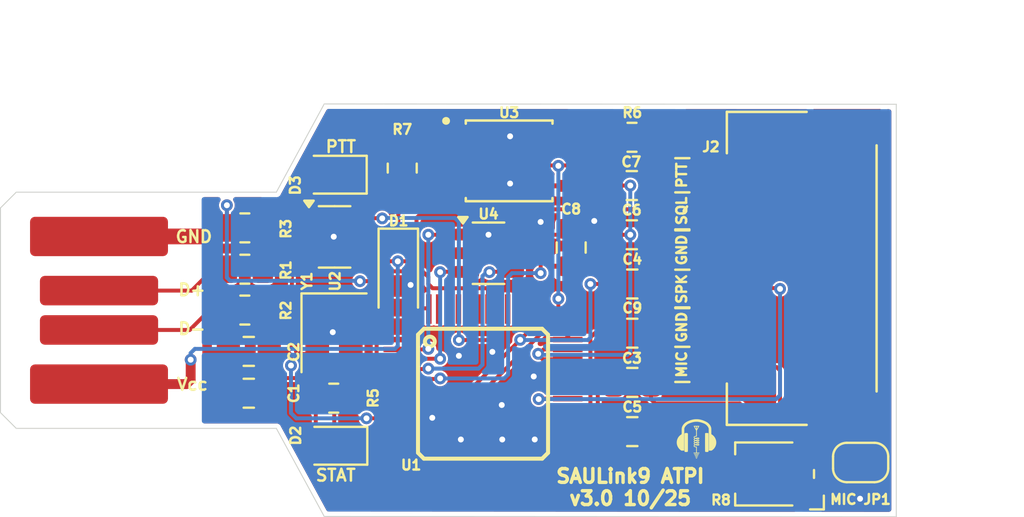
<source format=kicad_pcb>
(kicad_pcb (version 20241229) (generator "pcbnew") (generator_version "9.0")
  (layers (0 "F.Cu" signal) (2 "B.Cu" signal) (13 "F.Paste" user) (15 "B.Paste" user) (5 "F.SilkS" user "F.Silkscreen") (7 "B.SilkS" user "B.Silkscreen") (1 "F.Mask" user) (3 "B.Mask" user) (25 "Edge.Cuts" user))
  (net 0 "")
  (net 1 "Net-(C1-Pad2)")
  (net 2 "Net-(C2-Pad1)")
  (net 3 "Net-(C3-Pad1)")
  (net 4 "Net-(J2-Pad3)")
  (net 5 "Net-(C5-Pad1)")
  (net 6 "+5V")
  (net 7 "Net-(C9-Pad1)")
  (net 8 "Net-(D1-K)")
  (net 9 "Net-(D1-A)")
  (net 10 "Net-(D2-A)")
  (net 11 "Net-(J1-D-)")
  (net 12 "GND")
  (net 13 "Net-(R1-Pad1)")
  (net 14 "Net-(R2-Pad2)")
  (net 15 "Net-(J1-D+)")
  (net 18 "Net-(JP1-A)")
  (net 24 "Net-(R5-Pad2)")
  (net 25 "Net-(R3-Pad2)")
  (net 27 "Net-(U1-Pad42)")
  (net 32 "DR")
  (net 37 "Net-(U4-CLK)")
  (net 41 "Net-(U4-CS)")
  (net 43 "DW")
  (net 44 "Net-(J2-Pad6)")
  (net 45 "Net-(R6-Pad1)")
  (net 46 "Net-(R6-Pad2)")
  (net 47 "Net-(JP1-B)")
  (net 48 "Net-(C4-Pad1)")
  (net 49 "Net-(D3-A)")
  (footprint "LOGO" (layer "F.Cu") (at 142.31 95.17)
    (property "Reference" "G10" (hide yes))
    (property "Value" "LOGO" (hide yes))
  )
  (footprint "Capacitor_SMD:C_0805_2012Metric" (layer "F.Cu") (at 139.051252 94.801748)
    (property "Reference" "C5" (at 0 -1.25 0) (layer "F.SilkS") (effects (font (size 0.5 0.5) (thickness 0.125))))
    (property "Value" "4.7uF")
    (pad "1" smd roundrect (at -0.95 0) (size 1 1.45) (layers "F.Cu" "F.Mask" "F.Paste") (net 5 "Net-(C5-Pad1)"))
    (pad "2" smd roundrect (at 0.95 0) (size 1 1.45) (layers "F.Cu" "F.Mask" "F.Paste") (net 12 "GND"))
  )
  (footprint "Resistor_SMD:R_0805_2012Metric" (layer "F.Cu") (at 119.388752 84.451748)
    (property "Reference" "R3" (at 2.0875 0.05 90) (layer "F.SilkS") (effects (font (size 0.5 0.5) (thickness 0.125))))
    (property "Value" "1k5")
    (pad "1" smd roundrect (at -0.9125 0) (size 1.025 1.4) (layers "F.Cu" "F.Mask" "F.Paste") (roundrect_rratio 0.243902) (net 48 "Net-(C4-Pad1)"))
    (pad "2" smd roundrect (at 0.9125 0) (size 1.025 1.4) (layers "F.Cu" "F.Mask" "F.Paste") (roundrect_rratio 0.243902) (net 25 "Net-(R3-Pad2)"))
  )
  (footprint "Resistor_SMD:R_0805_2012Metric" (layer "F.Cu") (at 139.0375 79.85 180)
    (property "Reference" "R6" (at -0.0125 1.25 0) (layer "F.SilkS") (effects (font (size 0.5 0.5) (thickness 0.125))))
    (property "Value" "820")
    (pad "1" smd roundrect (at -0.9125 0 180) (size 1.025 1.4) (layers "F.Cu" "F.Mask" "F.Paste") (roundrect_rratio 0.243902) (net 45 "Net-(R6-Pad1)"))
    (pad "2" smd roundrect (at 0.9125 0 180) (size 1.025 1.4) (layers "F.Cu" "F.Mask" "F.Paste") (roundrect_rratio 0.243902) (net 46 "Net-(R6-Pad2)"))
  )
  (footprint "Resistor_SMD:R_0805_2012Metric" (layer "F.Cu") (at 119.388752 88.626748)
    (property "Reference" "R2" (at 2.0875 0.025 90) (layer "F.SilkS") (effects (font (size 0.5 0.5) (thickness 0.125))))
    (property "Value" "22")
    (pad "1" smd roundrect (at -0.9125 0) (size 1.025 1.4) (layers "F.Cu" "F.Mask" "F.Paste") (roundrect_rratio 0.243902) (net 11 "Net-(J1-D-)"))
    (pad "2" smd roundrect (at 0.9125 0) (size 1.025 1.4) (layers "F.Cu" "F.Mask" "F.Paste") (roundrect_rratio 0.243902) (net 14 "Net-(R2-Pad2)"))
  )
  (footprint "Package_TO_SOT_SMD:SOT-23-6" (layer "F.Cu") (at 131.7546 85.7398)
    (property "Reference" "U4" (at 0 -1.9898 0) (layer "F.SilkS") (effects (font (size 0.5 0.5) (thickness 0.125))))
    (property "Value" "93LC46BT-I_OT")
    (pad "1" smd roundrect (at -1.1375 -0.95) (size 1.325 0.6) (layers "F.Cu" "F.Mask" "F.Paste") (net 32 "DR"))
    (pad "2" smd roundrect (at -1.1375 0) (size 1.325 0.6) (layers "F.Cu" "F.Mask" "F.Paste") (net 12 "GND"))
    (pad "3" smd roundrect (at -1.1375 0.95) (size 1.325 0.6) (layers "F.Cu" "F.Mask" "F.Paste") (net 43 "DW"))
    (pad "4" smd roundrect (at 1.1375 0.95) (size 1.325 0.6) (layers "F.Cu" "F.Mask" "F.Paste") (net 37 "Net-(U4-CLK)"))
    (pad "5" smd roundrect (at 1.1375 0) (size 1.325 0.6) (layers "F.Cu" "F.Mask" "F.Paste") (net 41 "Net-(U4-CS)"))
    (pad "6" smd roundrect (at 1.1375 -0.95) (size 1.325 0.6) (layers "F.Cu" "F.Mask" "F.Paste") (net 6 "+5V"))
  )
  (footprint "Capacitor_SMD:C_0805_2012Metric" (layer "F.Cu") (at 135.95 85.45 -90)
    (property "Reference" "C8" (at -1.95 0 180) (layer "F.SilkS") (effects (font (size 0.5 0.5) (thickness 0.125))))
    (property "Value" "4.7uF")
    (pad "1" smd roundrect (at -0.95 0 270) (size 1 1.45) (layers "F.Cu" "F.Mask" "F.Paste") (net 6 "+5V"))
    (pad "2" smd roundrect (at 0.95 0 270) (size 1 1.45) (layers "F.Cu" "F.Mask" "F.Paste") (net 12 "GND"))
  )
  (footprint "Connector_USB_PCB_Edge:USB_A_PCB_Edge_receptacle" (layer "F.Cu") (at 111.987252 88.637748)
    (property "Reference" "J1" (hide yes))
    (property "Value" "USB_A_PCB_Edge_receptacle")
    (fp_line (start -5 -5.2) (end -5 5.2) (stroke (width 0.05)) (layer "Edge.Cuts"))
    (fp_line (start -5 -5.2) (end -4.2 -6) (stroke (width 0.05)) (layer "Edge.Cuts"))
    (fp_line (start -5 5.2) (end -4.2 6) (stroke (width 0.05)) (layer "Edge.Cuts"))
    (fp_line (start 9 -6) (end -4.2 -6) (stroke (width 0.05)) (layer "Edge.Cuts"))
    (fp_line (start 9 6) (end -4.2 6) (stroke (width 0.05)) (layer "Edge.Cuts"))
    (pad "1" smd roundrect (at 0 3.75) (size 7 2) (layers "F.Cu" "F.Mask") (roundrect_rratio 0.125) (net 6 "+5V"))
    (pad "2" smd roundrect (at 0 1) (size 6 1.5) (layers "F.Cu" "F.Mask") (roundrect_rratio 0.1666666667) (net 11 "Net-(J1-D-)"))
    (pad "3" smd roundrect (at 0 -1) (size 6 1.5) (layers "F.Cu" "F.Mask") (roundrect_rratio 0.1666666667) (net 15 "Net-(J1-D+)"))
    (pad "4" smd roundrect (at 0 -3.75) (size 7 2) (layers "F.Cu" "F.Mask") (roundrect_rratio 0.125) (net 12 "GND"))
  )
  (footprint "Jumper:SolderJumper-2_P1.3mm_Open_RoundedPad1.0x1.5mm" (layer "F.Cu") (at 150.64 96.37)
    (property "Reference" "JP1" (hide yes))
    (property "Value" "SolderJumper_2_Open")
    (pad "1" smd custom (at -0.65 0) (size 1 0.5) (layers "F.Cu" "F.Mask") (net 18 "Net-(JP1-A)") (options (clearance outline) (anchor rect)) (primitives (gr_circle (center 0 0.25) (end 0.5 0.25) (width 0) (fill yes)) (gr_circle (center 0 -0.25) (end 0.5 -0.25) (width 0) (fill yes)) (gr_poly (pts (xy 0.5 0.75) (xy 0 0.75) (xy 0 -0.75) (xy 0.5 -0.75)) (width 0) (fill yes))))
    (pad "2" smd custom (at 0.65 0) (size 1 0.5) (layers "F.Cu" "F.Mask") (net 47 "Net-(JP1-B)") (options (clearance outline) (anchor rect)) (primitives (gr_circle (center 0 0.25) (end 0.5 0.25) (width 0) (fill yes)) (gr_circle (center 0 -0.25) (end 0.5 -0.25) (width 0) (fill yes)) (gr_poly (pts (xy 0 0.75) (xy -0.5 0.75) (xy -0.5 -0.75) (xy 0 -0.75)) (width 0) (fill yes))))
  )
  (footprint "Potentiometer_SMD:Potentiometer_Bourns_TC33X_Vertical" (layer "F.Cu") (at 146.1732 96.9532 180)
    (property "Reference" "R8" (at 2.6214 -1.3236 0) (layer "F.SilkS") (effects (font (size 0.5 0.5) (thickness 0.125))))
    (property "Value" "100k")
    (pad "1" smd rect (at -1.8 -1 180) (size 1.2 1.2) (layers "F.Cu" "F.Mask" "F.Paste") (net 47 "Net-(JP1-B)"))
    (pad "2" smd rect (at 1.45 0 180) (size 1.5 1.6) (layers "F.Cu" "F.Mask" "F.Paste") (net 18 "Net-(JP1-A)"))
    (pad "3" smd rect (at -1.8 1 180) (size 1.2 1.2) (layers "F.Cu" "F.Mask" "F.Paste") (net 12 "GND"))
  )
  (footprint "Resistor_SMD:R_0805_2012Metric" (layer "F.Cu") (at 127.376252 81.414248 -90)
    (property "Reference" "R7" (at -1.964248 0 0) (layer "F.SilkS") (effects (font (size 0.5 0.5) (thickness 0.125))))
    (property "Value" "1.5k")
    (pad "1" smd roundrect (at -0.9125 0 270) (size 1.025 1.4) (layers "F.Cu" "F.Mask" "F.Paste") (roundrect_rratio 0.243902) (net 49 "Net-(D3-A)"))
    (pad "2" smd roundrect (at 0.9125 0 270) (size 1.025 1.4) (layers "F.Cu" "F.Mask" "F.Paste") (roundrect_rratio 0.243902) (net 45 "Net-(R6-Pad1)"))
  )
  (footprint "Capacitor_SMD:C_0805_2012Metric" (layer "F.Cu") (at 139.051252 87.301748)
    (property "Reference" "C4" (at 0 -1.25 0) (layer "F.SilkS") (effects (font (size 0.5 0.5) (thickness 0.125))))
    (property "Value" "4.7uF")
    (pad "1" smd roundrect (at -0.95 0) (size 1 1.45) (layers "F.Cu" "F.Mask" "F.Paste") (net 48 "Net-(C4-Pad1)"))
    (pad "2" smd roundrect (at 0.95 0) (size 1 1.45) (layers "F.Cu" "F.Mask" "F.Paste") (net 12 "GND"))
  )
  (footprint "Capacitor_SMD:C_0805_2012Metric_Pad1.18x1.45mm_HandSolder" (layer "F.Cu") (at 119.588752 90.726748 180)
    (property "Reference" "C2" (at -2.2875 -0.025 90) (layer "F.SilkS") (effects (font (size 0.5 0.5) (thickness 0.125))))
    (property "Value" "20pF")
    (pad "1" smd roundrect (at -1.0375 0 180) (size 1.175 1.45) (layers "F.Cu" "F.Mask" "F.Paste") (roundrect_rratio 0.212766) (net 2 "Net-(C2-Pad1)"))
    (pad "2" smd roundrect (at 1.0375 0 180) (size 1.175 1.45) (layers "F.Cu" "F.Mask" "F.Paste") (roundrect_rratio 0.212766) (net 12 "GND"))
  )
  (footprint "LED_SMD:LED_0805_2012Metric" (layer "F.Cu") (at 123.9175 95.52 180)
    (property "Reference" "D2" (at 1.9475 0.52 90) (layer "F.SilkS") (effects (font (size 0.5 0.5) (thickness 0.125))))
    (property "Value" "LED")
    (pad "1" smd roundrect (at -0.9375 0 180) (size 0.975 1.4) (layers "F.Cu" "F.Mask" "F.Paste") (net 12 "GND"))
    (pad "2" smd roundrect (at 0.9375 0 180) (size 0.975 1.4) (layers "F.Cu" "F.Mask" "F.Paste") (net 10 "Net-(D2-A)"))
  )
  (footprint "Resistor_SMD:R_0805_2012Metric" (layer "F.Cu") (at 123.899852 93.101748)
    (property "Reference" "R5" (at 2.000148 -0.001748 90) (layer "F.SilkS") (effects (font (size 0.5 0.5) (thickness 0.125))))
    (property "Value" "1.5k")
    (pad "1" smd roundrect (at -0.9125 0) (size 1.025 1.4) (layers "F.Cu" "F.Mask" "F.Paste") (roundrect_rratio 0.243902) (net 10 "Net-(D2-A)"))
    (pad "2" smd roundrect (at 0.9125 0) (size 1.025 1.4) (layers "F.Cu" "F.Mask" "F.Paste") (roundrect_rratio 0.243902) (net 24 "Net-(R5-Pad2)"))
  )
  (footprint "Capacitor_SMD:C_0805_2012Metric_Pad1.18x1.45mm_HandSolder" (layer "F.Cu") (at 119.588752 92.851748)
    (property "Reference" "C1" (at 2.2875 0 90) (layer "F.SilkS") (effects (font (size 0.5 0.5) (thickness 0.125))))
    (property "Value" "20pF")
    (pad "1" smd roundrect (at -1.0375 0) (size 1.175 1.45) (layers "F.Cu" "F.Mask" "F.Paste") (roundrect_rratio 0.212766) (net 12 "GND"))
    (pad "2" smd roundrect (at 1.0375 0) (size 1.175 1.45) (layers "F.Cu" "F.Mask" "F.Paste") (roundrect_rratio 0.212766) (net 1 "Net-(C1-Pad2)"))
  )
  (footprint "Capacitor_SMD:C_0805_2012Metric" (layer "F.Cu") (at 139.051252 89.801748)
    (property "Reference" "C9" (at 0 -1.275 0) (layer "F.SilkS") (effects (font (size 0.5 0.5) (thickness 0.125))))
    (property "Value" "100nF")
    (pad "1" smd roundrect (at -0.95 0) (size 1 1.45) (layers "F.Cu" "F.Mask" "F.Paste") (net 7 "Net-(C9-Pad1)"))
    (pad "2" smd roundrect (at 0.95 0) (size 1 1.45) (layers "F.Cu" "F.Mask" "F.Paste") (net 12 "GND"))
  )
  (footprint "S6B-PH-SM4:JST_S6B-PH-SM4-TB_LF__SN_" (layer "F.Cu") (at 144.2 86.51 90)
    (property "Reference" "J2" (at 6.1732 -1.1572 0) (layer "F.SilkS") (effects (font (size 0.5 0.5) (thickness 0.125))))
    (property "Value" "S6B-PH-SM4")
    (pad "1" smd rect (at -5 0 90) (size 1 3.5) (layers "F.Cu" "F.Mask" "F.Paste") (net 47 "Net-(JP1-B)"))
    (pad "2" smd rect (at -3 0 90) (size 1 3.5) (layers "F.Cu" "F.Mask" "F.Paste") (net 12 "GND"))
    (pad "3" smd rect (at -1 0 90) (size 1 3.5) (layers "F.Cu" "F.Mask" "F.Paste") (net 4 "Net-(J2-Pad3)"))
    (pad "4" smd rect (at 1 0 90) (size 1 3.5) (layers "F.Cu" "F.Mask" "F.Paste") (net 12 "GND"))
    (pad "5" smd rect (at 3 0 90) (size 1 3.5) (layers "F.Cu" "F.Mask" "F.Paste") (net 8 "Net-(D1-K)"))
    (pad "6" smd rect (at 5 0 90) (size 1 3.5) (layers "F.Cu" "F.Mask" "F.Paste") (net 44 "Net-(J2-Pad6)"))
    (pad "S1" smd rect (at -7.35 5.75 90) (size 1.5 3.4) (layers "F.Cu" "F.Mask" "F.Paste") (net 12 "GND"))
    (pad "S2" smd rect (at 7.35 5.75 90) (size 1.5 3.4) (layers "F.Cu" "F.Mask" "F.Paste") (net 12 "GND"))
  )
  (footprint "EL357N-G-Optokoppler:OPTO_EL357N-G" (layer "F.Cu") (at 132.801252 81.046748)
    (property "Reference" "U3" (at -0.001252 -2.446748 0) (layer "F.SilkS") (effects (font (size 0.5 0.5) (thickness 0.125))))
    (property "Value" "EL357N-G")
    (pad "1" smd rect (at -3.175 -1.27) (size 1.5 0.6) (layers "F.Cu" "F.Mask" "F.Paste") (net 46 "Net-(R6-Pad2)"))
    (pad "2" smd rect (at -3.175 1.27) (size 1.5 0.6) (layers "F.Cu" "F.Mask" "F.Paste") (net 12 "GND"))
    (pad "3" smd rect (at 3.175 1.27) (size 1.5 0.6) (layers "F.Cu" "F.Mask" "F.Paste") (net 12 "GND"))
    (pad "4" smd rect (at 3.175 -1.27) (size 1.5 0.6) (layers "F.Cu" "F.Mask" "F.Paste") (net 44 "Net-(J2-Pad6)"))
  )
  (footprint "LED_SMD:LED_0805_2012Metric" (layer "F.Cu") (at 123.8875 81.75 180)
    (property "Reference" "D3" (at 1.9375 -0.54 90) (layer "F.SilkS") (effects (font (size 0.5 0.5) (thickness 0.125))))
    (property "Value" "LED")
    (pad "1" smd roundrect (at -0.9375 0 180) (size 0.975 1.4) (layers "F.Cu" "F.Mask" "F.Paste") (net 12 "GND"))
    (pad "2" smd roundrect (at 0.9375 0 180) (size 0.975 1.4) (layers "F.Cu" "F.Mask" "F.Paste") (net 49 "Net-(D3-A)"))
  )
  (footprint "Resistor_SMD:R_0805_2012Metric" (layer "F.Cu") (at 119.388752 86.551748 180)
    (property "Reference" "R1" (at -2.0875 -0.05 90) (layer "F.SilkS") (effects (font (size 0.5 0.5) (thickness 0.125))))
    (property "Value" "22")
    (pad "1" smd roundrect (at -0.9125 0 180) (size 1.025 1.4) (layers "F.Cu" "F.Mask" "F.Paste") (roundrect_rratio 0.243902) (net 13 "Net-(R1-Pad1)"))
    (pad "2" smd roundrect (at 0.9125 0 180) (size 1.025 1.4) (layers "F.Cu" "F.Mask" "F.Paste") (roundrect_rratio 0.243902) (net 15 "Net-(J1-D+)"))
  )
  (footprint "Capacitor_SMD:C_0805_2012Metric" (layer "F.Cu") (at 139.026252 82.301748)
    (property "Reference" "C7" (at -0.026252 -1.201748 0) (layer "F.SilkS") (effects (font (size 0.5 0.5) (thickness 0.125))))
    (property "Value" "4.7uF")
    (pad "1" smd roundrect (at -0.95 0) (size 1 1.45) (layers "F.Cu" "F.Mask" "F.Paste") (net 6 "+5V"))
    (pad "2" smd roundrect (at 0.95 0) (size 1 1.45) (layers "F.Cu" "F.Mask" "F.Paste") (net 12 "GND"))
  )
  (footprint "CM108B:TQFP48" (layer "F.Cu") (at 131.476252 92.876748 90)
    (property "Reference" "U1" (at -3.625 -3.65 0) (layer "F.SilkS") (effects (font (size 0.5 0.5) (thickness 0.125))))
    (property "Value" "CM108B" (hide yes))
    (pad "1" smd rect (at 2.75 -4.3 90) (size 0.28 1.5) (layers "F.Cu" "F.Mask"))
    (pad "2" smd rect (at 2.25 -4.3 90) (size 0.28 1.5) (layers "F.Cu" "F.Mask") (net 32 "DR"))
    (pad "3" smd rect (at 1.75 -4.3 90) (size 0.28 1.5) (layers "F.Cu" "F.Mask") (net 43 "DW"))
    (pad "4" smd rect (at 1.25 -4.3 90) (size 0.28 1.5) (layers "F.Cu" "F.Mask") (net 37 "Net-(U4-CLK)"))
    (pad "5" smd rect (at 0.75 -4.3 90) (size 0.28 1.5) (layers "F.Cu" "F.Mask") (net 41 "Net-(U4-CS)"))
    (pad "6" smd rect (at 0.25 -4.3 90) (size 0.28 1.5) (layers "F.Cu" "F.Mask"))
    (pad "7" smd rect (at -0.25 -4.3 90) (size 0.28 1.5) (layers "F.Cu" "F.Mask") (net 48 "Net-(C4-Pad1)"))
    (pad "8" smd rect (at -0.75 -4.3 90) (size 0.28 1.5) (layers "F.Cu" "F.Mask") (net 1 "Net-(C1-Pad2)"))
    (pad "9" smd rect (at -1.25 -4.3 90) (size 0.28 1.5) (layers "F.Cu" "F.Mask") (net 2 "Net-(C2-Pad1)"))
    (pad "10" smd rect (at -1.75 -4.3 90) (size 0.28 1.5) (layers "F.Cu" "F.Mask") (net 12 "GND"))
    (pad "11" smd rect (at -2.25 -4.3 90) (size 0.28 1.5) (layers "F.Cu" "F.Mask"))
    (pad "12" smd rect (at -2.75 -4.3 90) (size 0.28 1.5) (layers "F.Cu" "F.Mask") (net 24 "Net-(R5-Pad2)"))
    (pad "13" smd rect (at -4.3 -2.75 90) (size 1.5 0.28) (layers "F.Cu" "F.Mask") (net 45 "Net-(R6-Pad1)"))
    (pad "14" smd rect (at -4.3 -2.25 90) (size 1.5 0.28) (layers "F.Cu" "F.Mask") (net 12 "GND"))
    (pad "15" smd rect (at -4.3 -1.75 90) (size 1.5 0.28) (layers "F.Cu" "F.Mask"))
    (pad "16" smd rect (at -4.3 -1.25 90) (size 1.5 0.28) (layers "F.Cu" "F.Mask") (net 12 "GND"))
    (pad "17" smd rect (at -4.3 -0.75 90) (size 1.5 0.28) (layers "F.Cu" "F.Mask"))
    (pad "18" smd rect (at -4.3 -0.25 90) (size 1.5 0.28) (layers "F.Cu" "F.Mask"))
    (pad "19" smd rect (at -4.3 0.25 90) (size 1.5 0.28) (layers "F.Cu" "F.Mask"))
    (pad "20" smd rect (at -4.3 0.75 90) (size 1.5 0.28) (layers "F.Cu" "F.Mask"))
    (pad "21" smd rect (at -4.3 1.25 90) (size 1.5 0.28) (layers "F.Cu" "F.Mask"))
    (pad "22" smd rect (at -4.3 1.75 90) (size 1.5 0.28) (layers "F.Cu" "F.Mask") (net 12 "GND"))
    (pad "23" smd rect (at -4.3 2.25 90) (size 1.5 0.28) (layers "F.Cu" "F.Mask") (net 12 "GND"))
    (pad "24" smd rect (at -4.3 2.75 90) (size 1.5 0.28) (layers "F.Cu" "F.Mask") (net 12 "GND"))
    (pad "25" smd rect (at -2.75 4.3 90) (size 0.28 1.5) (layers "F.Cu" "F.Mask"))
    (pad "26" smd rect (at -2.25 4.3 90) (size 0.28 1.5) (layers "F.Cu" "F.Mask") (net 5 "Net-(C5-Pad1)"))
    (pad "27" smd rect (at -1.75 4.3 90) (size 0.28 1.5) (layers "F.Cu" "F.Mask") (net 3 "Net-(C3-Pad1)"))
    (pad "28" smd rect (at -1.25 4.3 90) (size 0.28 1.5) (layers "F.Cu" "F.Mask"))
    (pad "29" smd rect (at -0.75 4.3 90) (size 0.28 1.5) (layers "F.Cu" "F.Mask") (net 7 "Net-(C9-Pad1)"))
    (pad "30" smd rect (at -0.25 4.3 90) (size 0.28 1.5) (layers "F.Cu" "F.Mask") (net 4 "Net-(J2-Pad3)"))
    (pad "31" smd rect (at 0.25 4.3 90) (size 0.28 1.5) (layers "F.Cu" "F.Mask"))
    (pad "32" smd rect (at 0.75 4.3 90) (size 0.28 1.5) (layers "F.Cu" "F.Mask"))
    (pad "33" smd rect (at 1.25 4.3 90) (size 0.28 1.5) (layers "F.Cu" "F.Mask") (net 12 "GND"))
    (pad "34" smd rect (at 1.75 4.3 90) (size 0.28 1.5) (layers "F.Cu" "F.Mask") (net 6 "+5V"))
    (pad "35" smd rect (at 2.25 4.3 90) (size 0.28 1.5) (layers "F.Cu" "F.Mask") (net 6 "+5V"))
    (pad "36" smd rect (at 2.75 4.3 90) (size 0.28 1.5) (layers "F.Cu" "F.Mask") (net 12 "GND"))
    (pad "37" smd rect (at 4.3 2.75 90) (size 1.5 0.28) (layers "F.Cu" "F.Mask") (net 48 "Net-(C4-Pad1)"))
    (pad "38" smd rect (at 4.3 2.25 90) (size 1.5 0.28) (layers "F.Cu" "F.Mask") (net 48 "Net-(C4-Pad1)"))
    (pad "39" smd rect (at 4.3 1.75 90) (size 1.5 0.28) (layers "F.Cu" "F.Mask"))
    (pad "40" smd rect (at 4.3 1.25 90) (size 1.5 0.28) (layers "F.Cu" "F.Mask"))
    (pad "41" smd rect (at 4.3 0.75 90) (size 1.5 0.28) (layers "F.Cu" "F.Mask") (net 25 "Net-(R3-Pad2)"))
    (pad "42" smd rect (at 4.3 0.25 90) (size 1.5 0.28) (layers "F.Cu" "F.Mask") (net 27 "Net-(U1-Pad42)"))
    (pad "43" smd rect (at 4.3 -0.25 90) (size 1.5 0.28) (layers "F.Cu" "F.Mask"))
    (pad "44" smd rect (at 4.3 -0.75 90) (size 1.5 0.28) (layers "F.Cu" "F.Mask"))
    (pad "45" smd rect (at 4.3 -1.25 90) (size 1.5 0.28) (layers "F.Cu" "F.Mask"))
    (pad "46" smd rect (at 4.3 -1.75 90) (size 1.5 0.28) (layers "F.Cu" "F.Mask"))
    (pad "47" smd rect (at 4.3 -2.25 90) (size 1.5 0.28) (layers "F.Cu" "F.Mask"))
    (pad "48" smd rect (at 4.3 -2.75 90) (size 1.5 0.28) (layers "F.Cu" "F.Mask") (net 9 "Net-(D1-A)"))
  )
  (footprint "Crystal:Crystal_SMD_3225-4Pin_3.2x2.5mm" (layer "F.Cu") (at 123.913452 89.782148 -90)
    (property "Reference" "Y1" (at -2.632148 1.373452 90) (layer "F.SilkS") (effects (font (size 0.5 0.5) (thickness 0.125))))
    (property "Value" "12Mhz")
    (pad "1" smd rect (at -1.1 0.85 270) (size 1.4 1.2) (layers "F.Cu" "F.Mask" "F.Paste") (net 2 "Net-(C2-Pad1)"))
    (pad "2" smd rect (at 1.1 0.85 270) (size 1.4 1.2) (layers "F.Cu" "F.Mask" "F.Paste") (net 12 "GND"))
    (pad "3" smd rect (at 1.1 -0.85 270) (size 1.4 1.2) (layers "F.Cu" "F.Mask" "F.Paste") (net 1 "Net-(C1-Pad2)"))
    (pad "4" smd rect (at -1.1 -0.85 270) (size 1.4 1.2) (layers "F.Cu" "F.Mask" "F.Paste") (net 12 "GND"))
  )
  (footprint "Capacitor_SMD:C_0805_2012Metric" (layer "F.Cu") (at 139.026252 84.801748)
    (property "Reference" "C6" (at 0 -1.25 0) (layer "F.SilkS") (effects (font (size 0.5 0.5) (thickness 0.125))))
    (property "Value" "4.7uF")
    (pad "1" smd roundrect (at -0.95 0) (size 1 1.45) (layers "F.Cu" "F.Mask" "F.Paste") (net 6 "+5V"))
    (pad "2" smd roundrect (at 0.95 0) (size 1 1.45) (layers "F.Cu" "F.Mask" "F.Paste") (net 12 "GND"))
  )
  (footprint "Capacitor_SMD:C_0805_2012Metric" (layer "F.Cu") (at 139.051252 92.301748)
    (property "Reference" "C3" (at -0.0125 -1.225 0) (layer "F.SilkS") (effects (font (size 0.5 0.5) (thickness 0.125))))
    (property "Value" "1uF")
    (pad "1" smd roundrect (at -0.95 0) (size 1 1.45) (layers "F.Cu" "F.Mask" "F.Paste") (net 3 "Net-(C3-Pad1)"))
    (pad "2" smd roundrect (at 0.95 0) (size 1 1.45) (layers "F.Cu" "F.Mask" "F.Paste") (net 18 "Net-(JP1-A)"))
  )
  (footprint "Package_TO_SOT_SMD:SOT-23-6" (layer "F.Cu") (at 123.9425 84.91)
    (property "Reference" "U2" (at 0.0275 2.25 270) (layer "F.SilkS") (effects (font (size 0.5 0.5) (thickness 0.125))))
    (property "Value" "USBLC6")
    (pad "1" smd roundrect (at -1.1375 -0.95) (size 1.325 0.6) (layers "F.Cu" "F.Mask" "F.Paste") (net 13 "Net-(R1-Pad1)"))
    (pad "2" smd roundrect (at -1.1375 0) (size 1.325 0.6) (layers "F.Cu" "F.Mask" "F.Paste") (net 12 "GND"))
    (pad "3" smd roundrect (at -1.1375 0.95) (size 1.325 0.6) (layers "F.Cu" "F.Mask" "F.Paste") (net 14 "Net-(R2-Pad2)"))
    (pad "4" smd roundrect (at 1.1375 0.95) (size 1.325 0.6) (layers "F.Cu" "F.Mask" "F.Paste") (net 27 "Net-(U1-Pad42)"))
    (pad "5" smd roundrect (at 1.1375 0) (size 1.325 0.6) (layers "F.Cu" "F.Mask" "F.Paste") (net 6 "+5V"))
    (pad "6" smd roundrect (at 1.1375 -0.95) (size 1.325 0.6) (layers "F.Cu" "F.Mask" "F.Paste") (net 25 "Net-(R3-Pad2)"))
  )
  (footprint "Diode_SMD:D_SOD-123" (layer "F.Cu") (at 127.176252 86.851748 -90)
    (property "Reference" "D1" (at -2.751748 -0.013748 0) (layer "F.SilkS") (effects (font (size 0.5 0.5) (thickness 0.125))))
    (property "Value" "BAT43W-V")
    (pad "1" smd roundrect (at -1.65 0 270) (size 0.9 1.2) (layers "F.Cu" "F.Mask" "F.Paste") (net 8 "Net-(D1-K)"))
    (pad "2" smd roundrect (at 1.65 0 270) (size 0.9 1.2) (layers "F.Cu" "F.Mask" "F.Paste") (net 9 "Net-(D1-A)"))
  )
  (gr_line (start 152.45 99.1275) (end 152.45 78.1725) (stroke (width 0.05)) (layer "Edge.Cuts"))
  (gr_line (start 123.417252 99.111748) (end 152.45 99.1275) (stroke (width 0.05)) (layer "Edge.Cuts"))
  (gr_line (start 120.987252 82.637748) (end 123.417252 78.156748) (stroke (width 0.05)) (layer "Edge.Cuts"))
  (gr_line (start 123.417252 78.156748) (end 152.45 78.1725) (stroke (width 0.05)) (layer "Edge.Cuts"))
  (gr_line (start 120.987252 94.637748) (end 123.417252 99.111748) (stroke (width 0.05)) (layer "Edge.Cuts"))
  (gr_text "GND" (at 116.801252 85.251748 0) (layer "F.SilkS") (effects (font (size 0.6 0.6) (thickness 0.125) (bold yes)) (justify bottom)))
  (gr_text "PTT" (at 124.26 80.68 0) (layer "F.SilkS") (effects (font (size 0.6 0.6) (thickness 0.125) (bold yes)) (justify bottom)))
  (gr_text "|SPK|GND|" (at 141.85 88.85 90) (layer "F.SilkS") (effects (font (size 0.5 0.5) (thickness 0.125) (bold yes)) (justify left bottom)))
  (gr_text "Vcc" (at 116.726252 92.751748 0) (layer "F.SilkS") (effects (font (size 0.6 0.6) (thickness 0.125) (bold yes)) (justify bottom)))
  (gr_text "|SQL|PTT| " (at 141.85 84.85 90) (layer "F.SilkS") (effects (font (size 0.5 0.5) (thickness 0.125) (bold yes)) (justify left bottom)))
  (gr_text "SAULink9 ATPI\nv3.0 10/25" (at 138.95 98.6 0) (layer "F.SilkS") (effects (font (size 0.7 0.7) (thickness 0.175) (bold yes)) (justify bottom)))
  (gr_text "MIC JP1" (at 150.63 98.54 0) (layer "F.SilkS") (effects (font (size 0.5 0.5) (thickness 0.125) (bold yes)) (justify bottom)))
  (gr_text "D+" (at 116.701252 87.951748 0) (layer "F.SilkS") (effects (font (size 0.6 0.6) (thickness 0.125) (bold yes)) (justify bottom)))
  (gr_text "D-" (at 116.701252 89.926748 0) (layer "F.SilkS") (effects (font (size 0.6 0.6) (thickness 0.125) (bold yes)) (justify bottom)))
  (gr_text "|MIC|GND|" (at 141.85 92.6 90) (layer "F.SilkS") (effects (font (size 0.5 0.5) (thickness 0.125) (bold yes)) (justify left bottom)))
  (gr_text "STAT\n" (at 124 97.37 0) (layer "F.SilkS") (effects (font (size 0.6 0.6) (thickness 0.125) (bold yes)) (justify bottom)))
  (segment (start 120.626252 92.851748) (end 121.395652 92.082348) (width 0.2) (layer "F.Cu") (net 1))
  (segment (start 125.726252 93.451748) (end 125.726252 92.301748) (width 0.2) (layer "F.Cu") (net 1))
  (segment (start 125.576252 92.151748) (end 125.033052 92.151748) (width 0.2) (layer "F.Cu") (net 1))
  (segment (start 124.563252 92.082348) (end 124.763452 91.882148) (width 0.2) (layer "F.Cu") (net 1))
  (segment (start 124.763452 90.882148) (end 124.763452 91.121648) (width 0.2) (layer "F.Cu") (net 1))
  (segment (start 124.763452 91.121648) (end 124.763452 91.361248) (width 0.2) (layer "F.Cu") (net 1))
  (segment (start 124.763452 91.382148) (end 124.763452 91.361248) (width 0.2) (layer "F.Cu") (net 1))
  (segment (start 125.033052 92.151748) (end 124.763452 91.882148) (width 0.2) (layer "F.Cu") (net 1))
  (segment (start 124.763452 91.832148) (end 124.763452 91.882148) (width 0.2) (layer "F.Cu") (net 1))
  (segment (start 127.176252 93.626748) (end 125.901252 93.626748) (width 0.2) (layer "F.Cu") (net 1))
  (segment (start 125.726252 92.301748) (end 125.576252 92.151748) (width 0.2) (layer "F.Cu") (net 1))
  (segment (start 125.901252 93.626748) (end 125.726252 93.451748) (width 0.2) (layer "F.Cu") (net 1))
  (segment (start 124.763452 91.382148) (end 124.763452 91.832148) (width 0.2) (layer "F.Cu") (net 1))
  (segment (start 121.395652 92.082348) (end 124.563252 92.082348) (width 0.2) (layer "F.Cu") (net 1))
  (segment (start 121.551252 90.726748) (end 120.626252 90.726748) (width 0.2) (layer "F.Cu") (net 2))
  (segment (start 123.063452 88.682148) (end 121.995852 88.682148) (width 0.2) (layer "F.Cu") (net 2))
  (segment (start 121.726252 90.551748) (end 121.551252 90.726748) (width 0.2) (layer "F.Cu") (net 2))
  (segment (start 121.995852 88.682148) (end 121.726252 88.951748) (width 0.2) (layer "F.Cu") (net 2))
  (segment (start 123.063452 88.682148) (end 123.001252 88.619948) (width 0.2) (layer "F.Cu") (net 2))
  (segment (start 121.551252 90.726748) (end 121.729252 90.904748) (width 0.2) (layer "F.Cu") (net 2))
  (segment (start 121.729252 90.904748) (end 121.729252 91.443048) (width 0.2) (layer "F.Cu") (net 2))
  (segment (start 127.176252 94.126748) (end 125.561752 94.126748) (width 0.2) (layer "F.Cu") (net 2))
  (segment (start 121.726252 88.951748) (end 121.726252 90.551748) (width 0.2) (layer "F.Cu") (net 2))
  (via (at 121.729252 91.443048) (size 0.6) (drill 0.3) (layers "F.Cu" "B.Cu") (net 2))
  (via (at 125.561752 94.126748) (size 0.6) (drill 0.3) (layers "F.Cu" "B.Cu") (net 2))
  (segment (start 125.561752 94.126748) (end 122.001252 94.126748) (width 0.2) (layer "B.Cu") (net 2))
  (segment (start 122.001252 94.126748) (end 121.729252 93.854748) (width 0.2) (layer "B.Cu") (net 2))
  (segment (start 121.729252 93.854748) (end 121.729252 91.443048) (width 0.2) (layer "B.Cu") (net 2))
  (segment (start 137.45 92.3) (end 137.451748 92.301748) (width 0.2) (layer "F.Cu") (net 3))
  (segment (start 137.3 92.45) (end 137.45 92.3) (width 0.2) (layer "F.Cu") (net 3))
  (segment (start 135.776252 94.626748) (end 137.123252 94.626748) (width 0.2) (layer "F.Cu") (net 3))
  (segment (start 137.123252 94.626748) (end 137.3 94.45) (width 0.2) (layer "F.Cu") (net 3))
  (segment (start 137.3 94.45) (end 137.3 92.45) (width 0.2) (layer "F.Cu") (net 3))
  (segment (start 137.451748 92.301748) (end 138.101252 92.301748) (width 0.2) (layer "F.Cu") (net 3))
  (segment (start 144.3072 87.5232) (end 144.3204 87.51) (width 0.2) (layer "F.Cu") (net 4))
  (segment (start 134.323252 93.126748) (end 135.776252 93.126748) (width 0.2) (layer "F.Cu") (net 4))
  (segment (start 134.276748 93.126748) (end 134.3 93.15) (width 0.2) (layer "F.Cu") (net 4))
  (segment (start 144.3204 87.51) (end 146.51 87.51) (width 0.2) (layer "F.Cu") (net 4))
  (segment (start 134.3 93.15) (end 134.323252 93.126748) (width 0.2) (layer "F.Cu") (net 4))
  (segment (start 146.51 87.51) (end 146.55 87.55) (width 0.2) (layer "F.Cu") (net 4))
  (via (at 134.3 93.15) (size 0.6) (drill 0.3) (layers "F.Cu" "B.Cu") (net 4))
  (via (at 146.55 87.55) (size 0.6) (drill 0.3) (layers "F.Cu" "B.Cu") (net 4))
  (segment (start 146.55 92.95) (end 146.35 93.15) (width 0.2) (layer "B.Cu") (net 4))
  (segment (start 146.35 93.15) (end 134.3 93.15) (width 0.2) (layer "B.Cu") (net 4))
  (segment (start 146.55 87.55) (end 146.55 92.95) (width 0.2) (layer "B.Cu") (net 4))
  (segment (start 135.776252 95.126748) (end 137.701252 95.126748) (width 0.2) (layer "F.Cu") (net 5))
  (segment (start 137.701252 95.126748) (end 138.026252 94.801748) (width 0.2) (layer "F.Cu") (net 5))
  (segment (start 127.9 86.15) (end 128.1 85.95) (width 0.2) (layer "F.Cu") (net 6))
  (segment (start 126.35 86.15) (end 126.2 86) (width 0.2) (layer "F.Cu") (net 6))
  (segment (start 135.65 84.8) (end 135.95 84.5) (width 0.2) (layer "F.Cu") (net 6))
  (segment (start 128.1 83.95) (end 128.239 83.811) (width 0.2) (layer "F.Cu") (net 6))
  (segment (start 134.276252 90.901748) (end 134.501252 91.126748) (width 0.2) (layer "F.Cu") (net 6))
  (segment (start 132.711 83.811) (end 132.9 84) (width 0.2) (layer "F.Cu") (net 6))
  (segment (start 134.551252 90.626748) (end 135.776252 90.626748) (width 0.2) (layer "F.Cu") (net 6))
  (segment (start 126.2 86) (end 126.2 85.03) (width 0.2) (layer "F.Cu") (net 6))
  (segment (start 128.239 83.811) (end 132.711 83.811) (width 0.2) (layer "F.Cu") (net 6))
  (segment (start 138.85 84.8) (end 138.848252 84.801748) (width 0.2) (layer "F.Cu") (net 6))
  (segment (start 138.076252 84.801748) (end 138.8 84.801748) (width 0.2) (layer "F.Cu") (net 6))
  (segment (start 138.8 84.801748) (end 138.848252 84.801748) (width 0.2) (layer "F.Cu") (net 6))
  (segment (start 138.076252 84.801748) (end 136.251748 84.801748) (width 0.2) (layer "F.Cu") (net 6))
  (segment (start 138.076252 82.301748) (end 138.848252 82.301748) (width 0.2) (layer "F.Cu") (net 6))
  (segment (start 116.415252 92.387748) (end 111.987252 92.387748) (width 0.5) (layer "F.Cu") (net 6))
  (segment (start 126.08 84.91) (end 125.08 84.91) (width 0.2) (layer "F.Cu") (net 6))
  (segment (start 136.251748 84.801748) (end 135.95 84.5) (width 0.2) (layer "F.Cu") (net 6))
  (segment (start 132.9 84) (end 132.9 84.8) (width 0.2) (layer "F.Cu") (net 6))
  (segment (start 134.276252 90.901748) (end 134.551252 90.626748) (width 0.2) (layer "F.Cu") (net 6))
  (segment (start 132.9 84.8) (end 135.65 84.8) (width 0.2) (layer "F.Cu") (net 6))
  (segment (start 127.15 86.15) (end 126.35 86.15) (width 0.2) (layer "F.Cu") (net 6))
  (segment (start 138.85 82.3) (end 138.848252 82.301748) (width 0.2) (layer "F.Cu") (net 6))
  (segment (start 116.638752 92.164248) (end 116.415252 92.387748) (width 0.5) (layer "F.Cu") (net 6))
  (segment (start 128.1 85.95) (end 128.1 83.95) (width 0.2) (layer "F.Cu") (net 6))
  (segment (start 127.15 86.15) (end 127.9 86.15) (width 0.2) (layer "F.Cu") (net 6))
  (segment (start 116.638752 91.15) (end 116.638752 92.164248) (width 0.5) (layer "F.Cu") (net 6))
  (segment (start 137.989252 84.739748) (end 138.051252 84.801748) (width 0.2) (layer "F.Cu") (net 6))
  (segment (start 137.989252 84.739748) (end 138.051252 84.677748) (width 0.2) (layer "F.Cu") (net 6))
  (segment (start 134.501252 91.126748) (end 135.776252 91.126748) (width 0.2) (layer "F.Cu") (net 6))
  (segment (start 126.2 85.03) (end 126.08 84.91) (width 0.2) (layer "F.Cu") (net 6))
  (via (at 127.15 86.15) (size 0.6) (drill 0.3) (layers "F.Cu" "B.Cu") (net 6))
  (via (at 138.95 84.8) (size 0.6) (drill 0.3) (layers "F.Cu" "B.Cu") (net 6))
  (via (at 116.638752 91.15) (size 0.6) (drill 0.3) (layers "F.Cu" "B.Cu") (net 6))
  (via (at 138.95 82.3) (size 0.6) (drill 0.3) (layers "F.Cu" "B.Cu") (net 6))
  (via (at 134.276252 90.85) (size 0.6) (drill 0.3) (layers "F.Cu" "B.Cu") (net 6))
  (segment (start 138.95 84.8) (end 138.95 90.75) (width 0.2) (layer "B.Cu") (net 6))
  (segment (start 116.85 90.6) (end 116.638752 90.811248) (width 0.2) (layer "B.Cu") (net 6))
  (segment (start 127.15 86.15) (end 127.15 90.45) (width 0.2) (layer "B.Cu") (net 6))
  (segment (start 127 90.6) (end 116.85 90.6) (width 0.2) (layer "B.Cu") (net 6))
  (segment (start 138.798252 90.901748) (end 134.276252 90.901748) (width 0.2) (layer "B.Cu") (net 6))
  (segment (start 138.95 90.75) (end 138.798252 90.901748) (width 0.2) (layer "B.Cu") (net 6))
  (segment (start 116.638752 90.811248) (end 116.638752 91.15) (width 0.2) (layer "B.Cu") (net 6))
  (segment (start 127.15 90.45) (end 127 90.6) (width 0.2) (layer "B.Cu") (net 6))
  (segment (start 138.95 82.3) (end 138.95 84.8) (width 0.2) (layer "B.Cu") (net 6))
  (segment (start 136.926252 93.473748) (end 136.926252 90.023748) (width 0.2) (layer "F.Cu") (net 7))
  (segment (start 136.926252 90.023748) (end 137.148252 89.801748) (width 0.2) (layer "F.Cu") (net 7))
  (segment (start 137.148252 89.801748) (end 138.101252 89.801748) (width 0.2) (layer "F.Cu") (net 7))
  (segment (start 136.773252 93.626748) (end 136.926252 93.473748) (width 0.2) (layer "F.Cu") (net 7))
  (segment (start 135.776252 93.626748) (end 136.773252 93.626748) (width 0.2) (layer "F.Cu") (net 7))
  (segment (start 127.176252 85.201748) (end 127.176252 83.723748) (width 0.2) (layer "F.Cu") (net 8))
  (segment (start 127.176252 83.723748) (end 127.39 83.51) (width 0.2) (layer "F.Cu") (net 8))
  (segment (start 127.39 83.51) (end 144.2 83.51) (width 0.2) (layer "F.Cu") (net 8))
  (segment (start 127.176252 88.501748) (end 127.214504 88.54) (width 0.2) (layer "F.Cu") (net 9))
  (segment (start 128.689504 88.54) (end 128.726252 88.576748) (width 0.2) (layer "F.Cu") (net 9))
  (segment (start 127.214504 88.54) (end 128.689504 88.54) (width 0.2) (layer "F.Cu") (net 9))
  (segment (start 122.987352 95.261148) (end 122.987352 93.101748) (width 0.2) (layer "F.Cu") (net 10))
  (segment (start 122.962352 95.286148) (end 122.987352 95.261148) (width 0.2) (layer "F.Cu") (net 10))
  (segment (start 116.590252 89.637748) (end 117.601252 88.626748) (width 0.2) (layer "F.Cu") (net 11))
  (segment (start 117.601252 88.626748) (end 118.476252 88.626748) (width 0.2) (layer "F.Cu") (net 11))
  (segment (start 111.987252 89.637748) (end 116.590252 89.637748) (width 0.2) (layer "F.Cu") (net 11))
  (segment (start 124.763452 88.682148) (end 124.763452 88.638948) (width 0.2) (layer "F.Cu") (net 12))
  (segment (start 140.160552 90.388948) (end 140.176252 90.388948) (width 0.2) (layer "F.Cu") (net 12))
  (segment (start 125.7 95.52) (end 125.84 95.38) (width 0.2) (layer "F.Cu") (net 12))
  (segment (start 117.465252 84.887748) (end 117.476252 84.876748) (width 0.2) (layer "F.Cu") (net 12))
  (segment (start 125.84 94.78) (end 125.993252 94.626748) (width 0.2) (layer "F.Cu") (net 12))
  (segment (start 140.176252 89.801748) (end 139.951252 89.576748) (width 0.2) (layer "F.Cu") (net 12))
  (segment (start 111.987252 84.887748) (end 117.465252 84.887748) (width 0.8) (layer "F.Cu") (net 12))
  (segment (start 112.073252 84.801748) (end 111.987252 84.887748) (width 0.2) (layer "F.Cu") (net 12))
  (segment (start 133.226252 97.176748) (end 133.226252 96.681548) (width 0.2) (layer "F.Cu") (net 12))
  (segment (start 139.951252 82.087348) (end 139.951252 82.301748) (width 0.2) (layer "F.Cu") (net 12))
  (segment (start 125.993252 94.626748) (end 127.176252 94.626748) (width 0.2) (layer "F.Cu") (net 12))
  (segment (start 124.855 95.52) (end 125.7 95.52) (width 0.2) (layer "F.Cu") (net 12))
  (segment (start 133.726252 97.176748) (end 133.726252 96.651648) (width 0.2) (layer "F.Cu") (net 12))
  (segment (start 125.84 95.38) (end 125.84 94.78) (width 0.2) (layer "F.Cu") (net 12))
  (segment (start 134.226252 97.176748) (end 134.226252 96.651648) (width 0.2) (layer "F.Cu") (net 12))
  (segment (start 140.176252 90.388948) (end 140.176252 89.801748) (width 0.2) (layer "F.Cu") (net 12))
  (segment (start 133.226252 96.681548) (end 133.226252 96.651648) (width 0.2) (layer "F.Cu") (net 12))
  (via (at 150.61 98.21) (size 0.6) (drill 0.3) (layers "F.Cu" "B.Cu") (net 12))
  (via (at 130.351252 95.201748) (size 0.6) (drill 0.3) (layers "F.Cu" "B.Cu") (net 12))
  (via (at 132.85 82.2) (size 0.6) (drill 0.3) (layers "F.Cu" "B.Cu") (net 12))
  (via (at 132.426252 93.45) (size 0.6) (drill 0.3) (layers "F.Cu" "B.Cu") (net 12))
  (via (at 137.121247 84.1) (size 0.6) (drill 0.3) (layers "F.Cu" "B.Cu") (net 12))
  (via (at 131.7546 84.8) (size 0.6) (drill 0.3) (layers "F.Cu" "B.Cu") (net 12))
  (via (at 134.05 92) (size 0.6) (drill 0.3) (layers "F.Cu" "B.Cu") (net 12))
  (via (at 127.8 87.35) (size 0.6) (drill 0.3) (layers "F.Cu" "B.Cu") (net 12))
  (via (at 131.95 90.75) (size 0.6) (drill 0.3) (layers "F.Cu" "B.Cu") (net 12))
  (via (at 130.25 90.95) (size 0.6) (drill 0.3) (layers "F.Cu" "B.Cu") (net 12))
  (via (at 134.4 84.15) (size 0.6) (drill 0.3) (layers "F.Cu" "B.Cu") (net 12))
  (via (at 123.9 84.9) (size 0.6) (drill 0.3) (layers "F.Cu" "B.Cu") (net 12))
  (via (at 123.85 89.75) (size 0.6) (drill 0.3) (layers "F.Cu" "B.Cu") (net 12))
  (via (at 128.9 94.1) (size 0.6) (drill 0.3) (layers "F.Cu" "B.Cu") (net 12))
  (via (at 132.451252 95.201748) (size 0.6) (drill 0.3) (layers "F.Cu" "B.Cu") (net 12))
  (via (at 134.1 95.2) (size 0.6) (drill 0.3) (layers "F.Cu" "B.Cu") (net 12))
  (via (at 132.85 79.8) (size 0.6) (drill 0.3) (layers "F.Cu" "B.Cu") (net 12))
  (segment (start 121.376252 84.26) (end 121.376252 84.17) (width 0.2) (layer "F.Cu") (net 13))
  (segment (start 121.586252 83.96) (end 121.376252 84.17) (width 0.2) (layer "F.Cu") (net 13))
  (segment (start 121.376252 86.401748) (end 121.226252 86.551748) (width 0.2) (layer "F.Cu") (net 13))
  (segment (start 121.376252 84.17) (end 121.376252 86.401748) (width 0.2) (layer "F.Cu") (net 13))
  (segment (start 121.226252 86.551748) (end 120.301252 86.551748) (width 0.2) (layer "F.Cu") (net 13))
  (segment (start 122.805 83.96) (end 121.586252 83.96) (width 0.2) (layer "F.Cu") (net 13))
  (segment (start 121.776252 88.373748) (end 121.523252 88.626748) (width 0.2) (layer "F.Cu") (net 14))
  (segment (start 121.776252 86.03) (end 121.776252 88.373748) (width 0.2) (layer "F.Cu") (net 14))
  (segment (start 121.946252 85.86) (end 121.776252 86.03) (width 0.2) (layer "F.Cu") (net 14))
  (segment (start 121.523252 88.626748) (end 120.301252 88.626748) (width 0.2) (layer "F.Cu") (net 14))
  (segment (start 122.805 85.86) (end 121.946252 85.86) (width 0.2) (layer "F.Cu") (net 14))
  (segment (start 116.690252 87.637748) (end 111.987252 87.637748) (width 0.2) (layer "F.Cu") (net 15))
  (segment (start 118.476252 86.551748) (end 117.776252 86.551748) (width 0.2) (layer "F.Cu") (net 15))
  (segment (start 117.776252 86.551748) (end 116.690252 87.637748) (width 0.2) (layer "F.Cu") (net 15))
  (segment (start 144.5 93.37) (end 140.21 93.37) (width 0.2) (layer "F.Cu") (net 18))
  (segment (start 144.7232 93.5932) (end 144.5 93.37) (width 0.2) (layer "F.Cu") (net 18))
  (segment (start 140.001252 93.161252) (end 140.001252 92.551012) (width 0.2) (layer "F.Cu") (net 18))
  (segment (start 149.4068 96.9532) (end 149.99 96.37) (width 0.2) (layer "F.Cu") (net 18))
  (segment (start 140.001252 92.551012) (end 139.87662 92.42638) (width 0.2) (layer "F.Cu") (net 18))
  (segment (start 144.7232 96.9532) (end 144.7232 93.5932) (width 0.2) (layer "F.Cu") (net 18))
  (segment (start 140.21 93.37) (end 140.001252 93.161252) (width 0.2) (layer "F.Cu") (net 18))
  (segment (start 144.7232 96.9532) (end 149.4068 96.9532) (width 0.2) (layer "F.Cu") (net 18))
  (segment (start 127.176252 95.626748) (end 127.176252 96.413748) (width 0.2) (layer "F.Cu") (net 24))
  (segment (start 126.99 96.6) (end 124.16 96.6) (width 0.2) (layer "F.Cu") (net 24))
  (segment (start 124.16 96.6) (end 123.926252 96.366252) (width 0.2) (layer "F.Cu") (net 24))
  (segment (start 124.098252 93.101748) (end 124.812352 93.101748) (width 0.2) (layer "F.Cu") (net 24))
  (segment (start 123.926252 96.366252) (end 123.926252 93.273748) (width 0.2) (layer "F.Cu") (net 24))
  (segment (start 123.926252 93.273748) (end 124.098252 93.101748) (width 0.2) (layer "F.Cu") (net 24))
  (segment (start 127.176252 96.413748) (end 126.99 96.6) (width 0.2) (layer "F.Cu") (net 24))
  (segment (start 125.08 83.96) (end 125.1 83.94) (width 0.2) (layer "F.Cu") (net 25))
  (segment (start 130.25 90.15) (end 132 90.15) (width 0.2) (layer "F.Cu") (net 25))
  (segment (start 132.226252 89.923748) (end 132.226252 88.576748) (width 0.2) (layer "F.Cu") (net 25))
  (segment (start 126.25 83.96) (end 126.28 83.99) (width 0.2) (layer "F.Cu") (net 25))
  (segment (start 125.1 83.36) (end 124.913185 83.173185) (width 0.2) (layer "F.Cu") (net 25))
  (segment (start 120.301252 83.378748) (end 120.301252 84.451748) (width 0.2) (layer "F.Cu") (net 25))
  (segment (start 124.913185 83.173185) (end 120.506815 83.173185) (width 0.2) (layer "F.Cu") (net 25))
  (segment (start 125.1 83.94) (end 125.1 83.36) (width 0.2) (layer "F.Cu") (net 25))
  (segment (start 125.08 83.96) (end 126.25 83.96) (width 0.2) (layer "F.Cu") (net 25))
  (segment (start 120.506815 83.173185) (end 120.301252 83.378748) (width 0.2) (layer "F.Cu") (net 25))
  (segment (start 132 90.15) (end 132.226252 89.923748) (width 0.2) (layer "F.Cu") (net 25))
  (via (at 130.25 90.15) (size 0.6) (drill 0.3) (layers "F.Cu" "B.Cu") (net 25))
  (via (at 126.36 83.97) (size 0.6) (drill 0.3) (layers "F.Cu" "B.Cu") (net 25))
  (segment (start 126.36 83.97) (end 126.38 83.95) (width 0.2) (layer "B.Cu") (net 25))
  (segment (start 130.25 84.15) (end 130.25 90.15) (width 0.2) (layer "B.Cu") (net 25))
  (segment (start 126.38 83.95) (end 130.05 83.95) (width 0.2) (layer "B.Cu") (net 25))
  (segment (start 126.36 83.97) (end 126.38 83.99) (width 0.2) (layer "B.Cu") (net 25))
  (segment (start 130.05 83.95) (end 130.25 84.15) (width 0.2) (layer "B.Cu") (net 25))
  (segment (start 128.7 86.95) (end 128.7 87.3) (width 0.2) (layer "F.Cu") (net 27))
  (segment (start 125.08 86.51) (end 125.229 86.659) (width 0.2) (layer "F.Cu") (net 27))
  (segment (start 125.229 86.659) (end 128.409 86.659) (width 0.2) (layer "F.Cu") (net 27))
  (segment (start 128.409 86.659) (end 128.7 86.95) (width 0.2) (layer "F.Cu") (net 27))
  (segment (start 128.92 87.52) (end 131.644504 87.52) (width 0.2) (layer "F.Cu") (net 27))
  (segment (start 125.08 85.86) (end 125.08 86.51) (width 0.2) (layer "F.Cu") (net 27))
  (segment (start 131.644504 87.52) (end 131.726252 87.601748) (width 0.2) (layer "F.Cu") (net 27))
  (segment (start 128.7 87.3) (end 128.92 87.52) (width 0.2) (layer "F.Cu") (net 27))
  (segment (start 131.726252 87.601748) (end 131.726252 88.576748) (width 0.2) (layer "F.Cu") (net 27))
  (segment (start 128.7 84.8) (end 128.65 84.8) (width 0.2) (layer "F.Cu") (net 32))
  (segment (start 128.523252 90.626748) (end 127.176252 90.626748) (width 0.2) (layer "F.Cu") (net 32))
  (segment (start 130.4592 84.8) (end 128.7 84.8) (width 0.2) (layer "F.Cu") (net 32))
  (segment (start 128.7 90.599) (end 128.551 90.599) (width 0.2) (layer "F.Cu") (net 32))
  (segment (start 128.551 90.599) (end 128.523252 90.626748) (width 0.2) (layer "F.Cu") (net 32))
  (via (at 128.7 84.8) (size 0.6) (drill 0.3) (layers "F.Cu" "B.Cu") (net 32))
  (via (at 128.7 90.599) (size 0.6) (drill 0.3) (layers "F.Cu" "B.Cu") (net 32))
  (segment (start 128.7 84.8) (end 128.7 90.599) (width 0.2) (layer "B.Cu") (net 32))
  (segment (start 127.176252 91.626748) (end 128.673252 91.626748) (width 0.2) (layer "F.Cu") (net 37))
  (segment (start 132.0204 86.6796) (end 133.05 86.6796) (width 0.2) (layer "F.Cu") (net 37))
  (segment (start 131.8 86.7) (end 132 86.7) (width 0.2) (layer "F.Cu") (net 37))
  (segment (start 128.673252 91.626748) (end 128.7 91.6) (width 0.2) (layer "F.Cu") (net 37))
  (segment (start 132 86.7) (end 132.0204 86.6796) (width 0.2) (layer "F.Cu") (net 37))
  (via (at 128.7 91.6) (size 0.6) (drill 0.3) (layers "F.Cu" "B.Cu") (net 37))
  (via (at 131.8 86.7) (size 0.6) (drill 0.3) (layers "F.Cu" "B.Cu") (net 37))
  (segment (start 131.45 86.9) (end 131.45 91.4) (width 0.2) (layer "B.Cu") (net 37))
  (segment (start 131.25 91.6) (end 128.7 91.6) (width 0.2) (layer "B.Cu") (net 37))
  (segment (start 131.65 86.7) (end 131.45 86.9) (width 0.2) (layer "B.Cu") (net 37))
  (segment (start 131.8 86.7) (end 131.65 86.7) (width 0.2) (layer "B.Cu") (net 37))
  (segment (start 131.45 91.4) (end 131.25 91.6) (width 0.2) (layer "B.Cu") (net 37))
  (segment (start 129.3 92.1) (end 129.273252 92.126748) (width 0.2) (layer "F.Cu") (net 41))
  (segment (start 134.4 86.75) (end 134.4 85.9) (width 0.2) (layer "F.Cu") (net 41))
  (segment (start 134.2398 85.7398) (end 133.05 85.7398) (width 0.2) (layer "F.Cu") (net 41))
  (segment (start 134.4 85.9) (end 134.2398 85.7398) (width 0.2) (layer "F.Cu") (net 41))
  (segment (start 129.273252 92.126748) (end 127.176252 92.126748) (width 0.2) (layer "F.Cu") (net 41))
  (via (at 129.3 92.1) (size 0.6) (drill 0.3) (layers "F.Cu" "B.Cu") (net 41))
  (via (at 134.4 86.75) (size 0.6) (drill 0.3) (layers "F.Cu" "B.Cu") (net 41))
  (segment (start 132.55 92.1) (end 129.3 92.1) (width 0.2) (layer "B.Cu") (net 41))
  (segment (start 132.75 91.9) (end 132.55 92.1) (width 0.2) (layer "B.Cu") (net 41))
  (segment (start 134.4 86.75) (end 132.95 86.75) (width 0.2) (layer "B.Cu") (net 41))
  (segment (start 132.95 86.75) (end 132.75 86.95) (width 0.2) (layer "B.Cu") (net 41))
  (segment (start 132.75 86.95) (end 132.75 91.9) (width 0.2) (layer "B.Cu") (net 41))
  (segment (start 127.204 91.099) (end 129.301 91.099) (width 0.2) (layer "F.Cu") (net 43))
  (segment (start 129.3204 86.6796) (end 129.3 86.7) (width 0.2) (layer "F.Cu") (net 43))
  (segment (start 130.4592 86.6796) (end 129.3204 86.6796) (width 0.2) (layer "F.Cu") (net 43))
  (segment (start 129.301 91.099) (end 129.3 91.1) (width 0.2) (layer "F.Cu") (net 43))
  (segment (start 127.176252 91.126748) (end 127.204 91.099) (width 0.2) (layer "F.Cu") (net 43))
  (segment (start 129.3 86.7) (end 129.45 86.7) (width 0.2) (layer "F.Cu") (net 43))
  (via (at 129.3 91.1) (size 0.6) (drill 0.3) (layers "F.Cu" "B.Cu") (net 43))
  (via (at 129.3 86.7) (size 0.6) (drill 0.3) (layers "F.Cu" "B.Cu") (net 43))
  (segment (start 129.45 90.95) (end 129.3 91.1) (width 0.2) (layer "B.Cu") (net 43))
  (segment (start 129.4 86.7) (end 129.3 86.8) (width 0.2) (layer "B.Cu") (net 43))
  (segment (start 129.3 86.8) (end 129.3 91.1) (width 0.2) (layer "B.Cu") (net 43))
  (segment (start 135.761252 79.776748) (end 135.976252 79.776748) (width 0.2) (layer "F.Cu") (net 44))
  (segment (start 135.976252 79.776748) (end 135.976252 78.773748) (width 0.2) (layer "F.Cu") (net 44))
  (segment (start 141.8732 81.5232) (end 144.3072 81.5232) (width 0.2) (layer "F.Cu") (net 44))
  (segment (start 135.751252 79.786748) (end 135.761252 79.776748) (width 0.2) (layer "F.Cu") (net 44))
  (segment (start 135.976252 78.773748) (end 136.2 78.55) (width 0.2) (layer "F.Cu") (net 44))
  (segment (start 135.976252 79.776748) (end 136.001252 79.801748) (width 0.2) (layer "F.Cu") (net 44))
  (segment (start 136.2 78.55) (end 141.35 78.55) (width 0.2) (layer "F.Cu") (net 44))
  (segment (start 141.65 78.85) (end 141.65 81.3) (width 0.2) (layer "F.Cu") (net 44))
  (segment (start 141.35 78.55) (end 141.65 78.85) (width 0.2) (layer "F.Cu") (net 44))
  (segment (start 141.65 81.3) (end 141.8732 81.5232) (width 0.2) (layer "F.Cu") (net 44))
  (segment (start 128.726252 95.515948) (end 135.3 88.9422) (width 0.2) (layer "F.Cu") (net 45))
  (segment (start 128.726252 97.176748) (end 128.726252 95.515948) (width 0.2) (layer "F.Cu") (net 45))
  (segment (start 135.3 88.9422) (end 135.3 88.05) (width 0.2) (layer "F.Cu") (net 45))
  (segment (start 128.42 81.28) (end 139.72 81.28) (width 0.2) (layer "F.Cu") (net 45))
  (segment (start 127.376252 82.326748) (end 127.376252 82.323748) (width 0.2) (layer "F.Cu") (net 45))
  (segment (start 139.95 81.05) (end 139.95 79.75) (width 0.2) (layer "F.Cu") (net 45))
  (segment (start 127.376252 82.323748) (end 128.42 81.28) (width 0.2) (layer "F.Cu") (net 45))
  (segment (start 139.72 81.28) (end 139.95 81.05) (width 0.2) (layer "F.Cu") (net 45))
  (via (at 135.3 81.3) (size 0.6) (drill 0.3) (layers "F.Cu" "B.Cu") (net 45))
  (via (at 135.3 88.05) (size 0.6) (drill 0.3) (layers "F.Cu" "B.Cu") (net 45))
  (segment (start 135.3 88.05) (end 135.3 81.25) (width 0.2) (layer "B.Cu") (net 45))
  (segment (start 129.83 80.6) (end 137.9 80.6) (width 0.2) (layer "F.Cu") (net 46))
  (segment (start 137.9 80.6) (end 138.125 80.375) (width 0.2) (layer "F.Cu") (net 46))
  (segment (start 129.626252 80.396252) (end 129.83 80.6) (width 0.2) (layer "F.Cu") (net 46))
  (segment (start 138.125 80.375) (end 138.125 79.75) (width 0.2) (layer "F.Cu") (net 46))
  (segment (start 129.626252 79.776748) (end 129.626252 80.396252) (width 0.2) (layer "F.Cu") (net 46))
  (segment (start 148.22 98.2) (end 147.9732 97.9532) (width 0.2) (layer "F.Cu") (net 47))
  (segment (start 147.9732 97.9532) (end 148.7468 97.9532) (width 0.2) (layer "F.Cu") (net 47))
  (segment (start 148.45 98.2) (end 148.22 98.2) (width 0.2) (layer "F.Cu") (net 47))
  (segment (start 151.3 95.26) (end 151.3 96.36) (width 0.2) (layer "F.Cu") (net 47))
  (segment (start 151.093 95.053) (end 151.3 95.26) (width 0.2) (layer "F.Cu") (net 47))
  (segment (start 151.1 97.6) (end 151.29 97.41) (width 0.2) (layer "F.Cu") (net 47))
  (segment (start 151.29 97.41) (end 151.29 96.37) (width 0.2) (layer "F.Cu") (net 47))
  (segment (start 149.1 97.6) (end 151.1 97.6) (width 0.2) (layer "F.Cu") (net 47))
  (segment (start 151.3 96.36) (end 151.29 96.37) (width 0.2) (layer "F.Cu") (net 47))
  (segment (start 146.3732 91.5232) (end 146.55 91.7) (width 0.2) (layer "F.Cu") (net 47))
  (segment (start 144.3072 91.5232) (end 146.3732 91.5232) (width 0.2) (layer "F.Cu") (net 47))
  (segment (start 146.753 95.053) (end 151.093 95.053) (width 0.2) (layer "F.Cu") (net 47))
  (segment (start 146.55 94.85) (end 146.753 95.053) (width 0.2) (layer "F.Cu") (net 47))
  (segment (start 146.55 91.7) (end 146.55 94.85) (width 0.2) (layer "F.Cu") (net 47))
  (segment (start 148.7468 97.9532) (end 149.1 97.6) (width 0.2) (layer "F.Cu") (net 47))
  (segment (start 136.926252 87.301748) (end 138.101252 87.301748) (width 0.2) (layer "F.Cu") (net 48))
  (segment (start 134.226252 88.576748) (end 134.226252 87.601748) (width 0.2) (layer "F.Cu") (net 48))
  (segment (start 134.226252 87.601748) (end 134.151252 87.526748) (width 0.2) (layer "F.Cu") (net 48))
  (segment (start 133.801252 87.526748) (end 133.776252 87.551748) (width 0.2) (layer "F.Cu") (net 48))
  (segment (start 126.076252 87.456252) (end 126.076252 93.001748) (width 0.2) (layer "F.Cu") (net 48))
  (segment (start 125.23 87.16) (end 125.78 87.16) (width 0.2) (layer "F.Cu") (net 48))
  (segment (start 118.398052 84.373548) (end 118.476252 84.451748) (width 0.2) (layer "F.Cu") (net 48))
  (segment (start 125.78 87.16) (end 126.076252 87.456252) (width 0.2) (layer "F.Cu") (net 48))
  (segment (start 118.476252 83.301748) (end 118.476252 84.451748) (width 0.2) (layer "F.Cu") (net 48))
  (segment (start 133.726252 88.576748) (end 133.726252 89.776748) (width 0.2) (layer "F.Cu") (net 48))
  (segment (start 134.151252 87.526748) (end 133.801252 87.526748) (width 0.2) (layer "F.Cu") (net 48))
  (segment (start 126.201252 93.126748) (end 127.176252 93.126748) (width 0.2) (layer "F.Cu") (net 48))
  (segment (start 133.776252 87.551748) (end 133.726252 87.601748) (width 0.2) (layer "F.Cu") (net 48))
  (segment (start 138.051252 86.726748) (end 138.051252 87.301748) (width 0.2) (layer "F.Cu") (net 48))
  (segment (start 133.726252 89.776748) (end 133.363752 90.139248) (width 0.2) (layer "F.Cu") (net 48))
  (segment (start 133.726252 88.839248) (end 133.726252 89.101748) (width 0.2) (layer "F.Cu") (net 48))
  (segment (start 133.726252 88.839248) (end 133.726252 88.576748) (width 0.2) (layer "F.Cu") (net 48))
  (segment (start 133.363752 90.139248) (end 130.376252 93.126748) (width 0.2) (layer "F.Cu") (net 48))
  (segment (start 133.726252 88.576748) (end 133.726252 87.601748) (width 0.2) (layer "F.Cu") (net 48))
  (segment (start 130.376252 93.126748) (end 127.176252 93.126748) (width 0.2) (layer "F.Cu") (net 48))
  (segment (start 126.076252 93.001748) (end 126.201252 93.126748) (width 0.2) (layer "F.Cu") (net 48))
  (via (at 136.926252 87.301748) (size 0.6) (drill 0.3) (layers "F.Cu" "B.Cu") (net 48))
  (via (at 133.363752 90.139248) (size 0.6) (drill 0.3) (layers "F.Cu" "B.Cu") (net 48))
  (via (at 118.476252 83.301748) (size 0.6) (drill 0.3) (layers "F.Cu" "B.Cu") (net 48))
  (via (at 125.23 87.16) (size 0.6) (drill 0.3) (layers "F.Cu" "B.Cu") (net 48))
  (segment (start 118.64 87.14) (end 118.476252 86.976252) (width 0.2) (layer "B.Cu") (net 48))
  (segment (start 125.21 87.14) (end 118.64 87.14) (width 0.2) (layer "B.Cu") (net 48))
  (segment (start 136.926252 87.301748) (end 136.926252 90.023748) (width 0.2) (layer "B.Cu") (net 48))
  (segment (start 133.374504 90.15) (end 133.363752 90.139248) (width 0.2) (layer "B.Cu") (net 48))
  (segment (start 136.801252 87.301748) (end 136.926252 87.301748) (width 0.2) (layer "B.Cu") (net 48))
  (segment (start 136.926252 90.023748) (end 136.8 90.15) (width 0.2) (layer "B.Cu") (net 48))
  (segment (start 136.8 90.15) (end 133.374504 90.15) (width 0.2) (layer "B.Cu") (net 48))
  (segment (start 125.23 87.16) (end 125.21 87.14) (width 0.2) (layer "B.Cu") (net 48))
  (segment (start 118.476252 86.976252) (end 118.476252 83.301748) (width 0.2) (layer "B.Cu") (net 48))
  (segment (start 126.348252 80.501748) (end 127.376252 80.501748) (width 0.2) (layer "F.Cu") (net 49))
  (segment (start 126.13 80.72) (end 126.348252 80.501748) (width 0.2) (layer "F.Cu") (net 49))
  (segment (start 123.95 81.91) (end 123.95 82.6) (width 0.2) (layer "F.Cu") (net 49))
  (segment (start 123.79 81.75) (end 123.95 81.91) (width 0.2) (layer "F.Cu") (net 49))
  (segment (start 123.95 82.6) (end 124.13 82.78) (width 0.2) (layer "F.Cu") (net 49))
  (segment (start 126.13 82.55) (end 126.13 80.72) (width 0.2) (layer "F.Cu") (net 49))
  (segment (start 124.13 82.78) (end 125.9 82.78) (width 0.2) (layer "F.Cu") (net 49))
  (segment (start 123.13 81.75) (end 123.79 81.75) (width 0.2) (layer "F.Cu") (net 49))
  (segment (start 125.9 82.78) (end 126.13 82.55) (width 0.2) (layer "F.Cu") (net 49))
  (zone (net 12) (net_name "GND") (layer "F.Cu") (connect_pads (clearance 0)) (min_thickness 0.25) (fill yes (thermal_gap 0.25) (thermal_bridge_width 0.25))
    (polygon (pts (xy 117.226252 99.101748) (xy 153.26 99.1) (xy 153.246252 78.16) (xy 117.24 78.16)))
  )
  (zone (net 12) (net_name "GND") (layer "B.Cu") (connect_pads (clearance 0)) (min_thickness 0.25) (fill yes (thermal_gap 0.5) (thermal_bridge_width 0.5))
    (polygon (pts (xy 117.21 99.11) (xy 153.26 99.1) (xy 153.256252 78.16) (xy 117.19 78.17)))
  )
)
</source>
